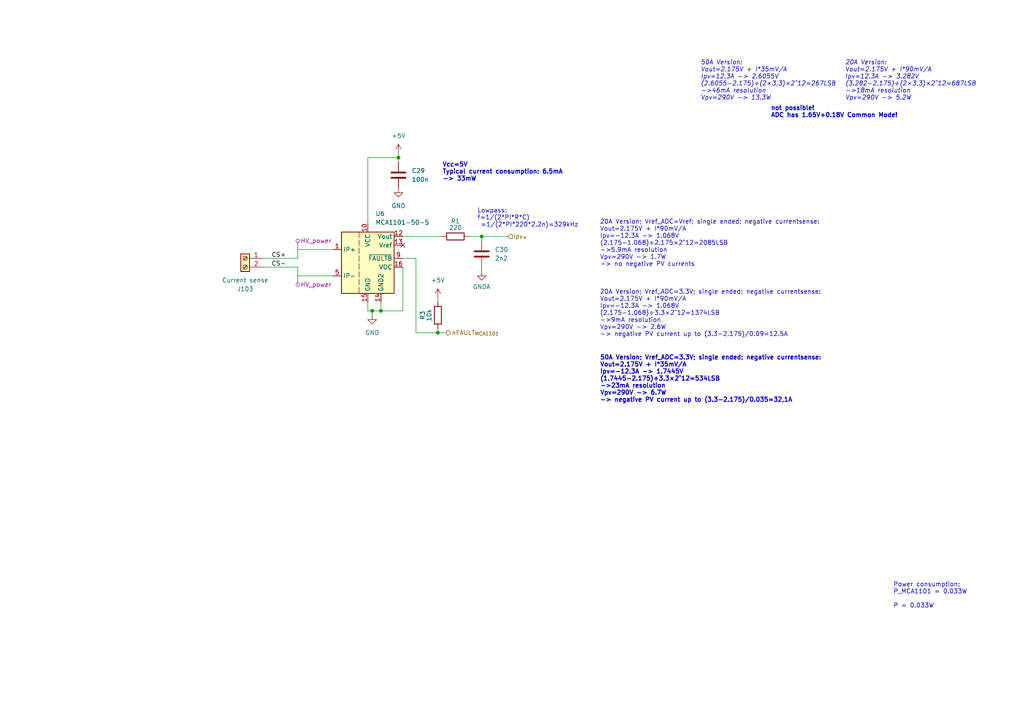
<source format=kicad_sch>
(kicad_sch (version 20230121) (generator eeschema)
  (paper "A4")
  (lib_symbols
    (symbol "Connector:Screw_Terminal_01x02" (pin_names (offset 1.016) hide)
      (property "Reference" "J" (at 0 2.54 0))
      (property "Value" "Screw_Terminal_01x02" (at 0 -5.08 0))
      (symbol "Screw_Terminal_01x02_1_1"
        (rectangle (start -1.27 1.27) (end 1.27 -3.81) (stroke (width 0.254)) (fill (type background)))
        (circle (center 0 -2.54) (radius 0.635) (stroke (width 0.1524)))
        (polyline (pts (xy -0.5334 -2.2098) (xy 0.3302 -3.048)) (stroke (width 0.1524)))
        (polyline (pts (xy -0.5334 0.3302) (xy 0.3302 -0.508)) (stroke (width 0.1524)))
        (polyline (pts (xy -0.3556 -2.032) (xy 0.508 -2.8702)) (stroke (width 0.1524)))
        (polyline (pts (xy -0.3556 0.508) (xy 0.508 -0.3302)) (stroke (width 0.1524)))
        (circle (center 0 0) (radius 0.635) (stroke (width 0.1524)))
        (pin passive line (at -5.08 0 0) (length 3.81) (name "Pin_1") (number "1"))
        (pin passive line (at -5.08 -2.54 0) (length 3.81) (name "Pin_2") (number "2"))
      )
    )
    (symbol "Device:C" (pin_numbers hide) (pin_names (offset 0.254))
      (property "Reference" "C" (at 0.635 2.54 0))
      (property "Value" "C" (at 0.635 -2.54 0))
      (symbol "C_0_1"
        (polyline (pts (xy -2.032 -0.762) (xy 2.032 -0.762)) (stroke (width 0.508)))
        (polyline (pts (xy -2.032 0.762) (xy 2.032 0.762)) (stroke (width 0.508)))
      )
      (symbol "C_1_1"
        (pin passive line (at 0 3.81 270) (length 2.794) (name "~") (number "1"))
        (pin passive line (at 0 -3.81 90) (length 2.794) (name "~") (number "2"))
      )
    )
    (symbol "Device:R" (pin_numbers hide) (pin_names (offset 0))
      (property "Reference" "R" (at 2.032 0 90))
      (property "Value" "R" (at 0 0 90))
      (symbol "R_0_1"
        (rectangle (start -1.016 -2.54) (end 1.016 2.54) (stroke (width 0.254)))
      )
      (symbol "R_1_1"
        (pin passive line (at 0 3.81 270) (length 1.27) (name "~") (number "1"))
        (pin passive line (at 0 -3.81 90) (length 1.27) (name "~") (number "2"))
      )
    )
    (symbol "Sensor_Current:MCA1101-50-5"
      (property "Reference" "U" (at 3.81 13.97 0))
      (property "Value" "MCA1101-50-5" (at 3.81 11.43 0))
      (symbol "MCA1101-50-5_0_1"
        (rectangle (start -7.62 8.89) (end 7.62 -8.89) (stroke (width 0.254)) (fill (type background)))
      )
      (symbol "MCA1101-50-5_1_1"
        (polyline (pts (xy -2.54 8.89) (xy -2.54 -8.89)) (stroke (width 0) (type dash)))
        (pin passive line (at -10.16 3.81 0) (length 2.54) (name "IP+") (number "1"))
        (pin power_in line (at 0 11.43 270) (length 2.54) (name "VCC") (number "10"))
        (pin passive line (at 0 -11.43 90) (length 2.54) hide (name "GND") (number "11"))
        (pin output line (at 10.16 7.62 180) (length 2.54) (name "Vout") (number "12"))
        (pin output line (at 10.16 5.08 180) (length 2.54) (name "Vref") (number "13"))
        (pin power_in line (at 3.81 -11.43 90) (length 2.54) (name "GND2") (number "14"))
        (pin power_in line (at 0 -11.43 90) (length 2.54) (name "GND") (number "15"))
        (pin input line (at 10.16 -1.27 180) (length 2.54) (name "VOC") (number "16"))
        (pin passive line (at -10.16 3.81 0) (length 2.54) hide (name "IP+") (number "2"))
        (pin passive line (at -10.16 3.81 0) (length 2.54) hide (name "IP+") (number "3"))
        (pin passive line (at -10.16 3.81 0) (length 2.54) hide (name "IP+") (number "4"))
        (pin passive line (at -10.16 -3.81 0) (length 2.54) (name "IP-") (number "5"))
        (pin passive line (at -10.16 -3.81 0) (length 2.54) hide (name "IP-") (number "6"))
        (pin passive line (at -10.16 -3.81 0) (length 2.54) hide (name "IP-") (number "7"))
        (pin passive line (at -10.16 -3.81 0) (length 2.54) hide (name "IP-") (number "8"))
        (pin output line (at 10.16 1.27 180) (length 2.54) (name "~{FAULTB}") (number "9"))
      )
    )
    (symbol "power:+5V" (power) (pin_names (offset 0))
      (property "Value" "+5V" (at 0 3.556 0))
      (symbol "+5V_0_1"
        (polyline (pts (xy -0.762 1.27) (xy 0 2.54)))
        (polyline (pts (xy 0 0) (xy 0 2.54)))
        (polyline (pts (xy 0 2.54) (xy 0.762 1.27)))
      )
      (symbol "+5V_1_1"
        (pin power_in line (at 0 0 90) (length 0) hide (name "+5V") (number "1"))
      )
    )
    (symbol "power:GND" (power) (pin_names (offset 0))
      (property "Value" "GND" (at 0 -3.81 0))
      (symbol "GND_0_1"
        (polyline (pts (xy 0 0) (xy 0 -1.27) (xy 1.27 -1.27) (xy 0 -2.54) (xy -1.27 -1.27) (xy 0 -1.27)))
      )
      (symbol "GND_1_1"
        (pin power_in line (at 0 0 270) (length 0) hide (name "GND") (number "1"))
      )
    )
    (symbol "power:GNDA" (power) (pin_names (offset 0))
      (property "Value" "GNDA" (at 0 -3.81 0))
      (symbol "GNDA_0_1"
        (polyline (pts (xy 0 0) (xy 0 -1.27) (xy 1.27 -1.27) (xy 0 -2.54) (xy -1.27 -1.27) (xy 0 -1.27)))
      )
      (symbol "GNDA_1_1"
        (pin power_in line (at 0 0 270) (length 0) hide (name "GNDA") (number "1"))
      )
    )
  )
  (junction (at 110.49 90.17))
  (junction (at 139.7 68.58))
  (junction (at 127 96.52))
  (junction (at 115.57 45.72))
  (junction (at 107.95 90.17))
  (no_connect (at 116.84 71.12))
  (wire (pts (xy 116.84 77.47) (xy 116.84 90.17)))
  (wire (pts (xy 115.57 44.45) (xy 115.57 45.72)))
  (wire (pts (xy 127 96.52) (xy 129.54 96.52)))
  (wire (pts (xy 106.68 90.17) (xy 107.95 90.17)))
  (wire (pts (xy 139.7 77.47) (xy 139.7 78.74)))
  (wire (pts (xy 106.68 45.72) (xy 115.57 45.72)))
  (wire (pts (xy 120.65 96.52) (xy 127 96.52)))
  (wire (pts (xy 76.2 77.47) (xy 86.36 77.47)))
  (wire (pts (xy 139.7 68.58) (xy 147.32 68.58)))
  (wire (pts (xy 86.36 80.01) (xy 96.52 80.01)))
  (wire (pts (xy 116.84 74.93) (xy 120.65 74.93)))
  (wire (pts (xy 107.95 90.17) (xy 110.49 90.17)))
  (wire (pts (xy 86.36 77.47) (xy 86.36 80.01)))
  (wire (pts (xy 115.57 45.72) (xy 115.57 46.99)))
  (wire (pts (xy 86.36 74.93) (xy 76.2 74.93)))
  (wire (pts (xy 96.52 72.39) (xy 86.36 72.39)))
  (wire (pts (xy 135.89 68.58) (xy 139.7 68.58)))
  (wire (pts (xy 107.95 91.44) (xy 107.95 90.17)))
  (wire (pts (xy 110.49 87.63) (xy 110.49 90.17)))
  (wire (pts (xy 106.68 45.72) (xy 106.68 64.77)))
  (wire (pts (xy 139.7 68.58) (xy 139.7 69.85)))
  (wire (pts (xy 127 95.25) (xy 127 96.52)))
  (wire (pts (xy 86.36 72.39) (xy 86.36 74.93)))
  (wire (pts (xy 106.68 90.17) (xy 106.68 87.63)))
  (wire (pts (xy 120.65 74.93) (xy 120.65 96.52)))
  (wire (pts (xy 116.84 68.58) (xy 128.27 68.58)))
  (wire (pts (xy 116.84 90.17) (xy 110.49 90.17)))
  (wire (pts (xy 127 86.36) (xy 127 87.63)))
  (text "20A Version; Vref_ADC=3.3V; single ended; negative currentsense:\nVout=2.175V + I*90mV/A\nIpv=-12.3A -> 1.068V\n(2.175-1.068)÷3.3×2^12=1374LSB\n->9mA resolution\nVpv=290V -> 2.6W\n-> negative PV current up to (3.3-2.175)/0.09=12.5A" (at 173.99 97.79 0) (effects (font (size 1.27 1.27)) (justify left bottom)))
  (text "50A Version:\nVout=2.175V + I*35mV/A\nIpv=12.3A -> 2.6055V\n(2.6055−2.175)÷(2×3,3)×2^12=267LSB\n->46mA resolution\nVpv=290V -> 13.3W" (at 203.2 29.21 0) (effects (font (size 1.27 1.27) italic) (justify left bottom)))
  (text "Vcc=5V\nTypical current consumption: 6.5mA\n-> 33mW" (at 128.27 52.705 0) (effects (font (size 1.27 1.27) (thickness 0.254) bold) (justify left bottom)))
  (text "20A Version:\nVout=2.175V + I*90mV/A\nIpv=12.3A -> 3.282V\n(3.282−2.175)÷(2×3,3)×2^12=687LSB\n->18mA resolution\nVpv=290V -> 5.2W" (at 245.11 29.21 0) (effects (font (size 1.27 1.27) italic) (justify left bottom)))
  (text "Power consumption:\nP_MCA1101 = 0.033W\n\nP = 0.033W" (at 259.08 176.53 0) (effects (font (size 1.27 1.27)) (justify left bottom)))
  (text "not possible!\nADC has 1.65V+0.18V Common Mode!" (at 223.52 34.29 0) (effects (font (size 1.27 1.27) (thickness 0.254) bold) (justify left bottom)))
  (text "50A Version; Vref_ADC=3.3V; single ended; negative currentsense:\nVout=2.175V + I*35mV/A\nIpv=-12.3A -> 1.7445V\n(1.7445-2.175)÷3.3×2^12=534LSB\n->23mA resolution\nVpv=290V -> 6.7W\n-> negative PV current up to (3.3-2.175)/0.035=32,1A" (at 173.99 116.84 0) (effects (font (size 1.27 1.27) (thickness 0.254) bold) (justify left bottom)))
  (text "Lowpass:\nf=1/(2*PI*R*C)\n =1/(2*PI*220*2.2n)=329kHz" (at 138.43 66.04 0) (effects (font (size 1.27 1.27)) (justify left bottom)))
  (text "20A Version; Vref_ADC=Vref; single ended; negative currentsense:\nVout=2.175V + I*90mV/A\nIpv=-12.3A -> 1.068V\n(2.175-1.068)÷2.175×2^12=2085LSB\n->5.9mA resolution\nVpv=290V -> 1.7W\n-> no negative PV currents" (at 173.99 77.47 0) (effects (font (size 1.27 1.27)) (justify left bottom)))
  (label "CS-" (at 78.74 77.47 0))
  (label "CS+" (at 78.74 74.93 0))
  (hierarchical_label "Ipv_{+}" (shape input) (at 147.32 68.58 0))
  (hierarchical_label "nFAULT_{MCA1101}" (shape output) (at 129.54 96.52 0))
  (netclass_flag "" (length 2.54) (shape round) (at 86.36 72.39 0) (property "Netclass" "HV_power" (at 87.0585 69.85 0) (effects (font italic) (justify left))))
  (netclass_flag "" (length 2.54) (shape round) (at 86.36 80.01 180) (property "Netclass" "HV_power" (at 87.0585 82.55 0) (effects (font italic) (justify left))))
  (symbol (lib_id "Device:C") (at 139.7 73.66 0) (unit 1)
    (property "Reference" "C30" (at 143.51 72.39 0) (effects (justify left)))
    (property "Value" "2n2" (at 143.51 74.93 0) (effects (justify left)))
    (property "Footprint" "Capacitor_SMD:C_0603_1608Metric" (effects hide))
    (instances (project "PVBatteryInverter_Mainboard" (path "" (reference "C30") (unit 1)) (path "" (reference "C502") (unit 1))))
  )
  (symbol (lib_id "power:+5V") (at 127 86.36 0) (unit 1)
    (property "Reference" "#PWR033" (effects hide))
    (property "Value" "+5V" (at 127 81.28 0))
    (instances (project "PVBatteryInverter_Mainboard" (path "" (reference "#PWR033") (unit 1)) (path "" (reference "#PWR0504") (unit 1))))
  )
  (symbol (lib_id "Sensor_Current:MCA1101-50-5") (at 106.68 76.2 0) (unit 1)
    (property "Reference" "U6" (at 108.8741 61.976 0) (effects (justify left)))
    (property "Value" "MCA1101-50-5" (at 108.8741 64.516 0) (effects (justify left)))
    (property "Footprint" "Package_SO:SOIC-16W_7.5x10.3mm_P1.27mm" (effects hide))
    (property "Datasheet" "https://navview.blob.core.windows.net/web-resources/6020-1102-01%20RevF_MCA1101_20210408.pdf?_t=1618576890367" (effects hide))
    (instances (project "PVBatteryInverter_Mainboard" (path "" (reference "U6") (unit 1)) (path "" (reference "U501") (unit 1))))
  )
  (symbol (lib_id "power:GNDA") (at 139.7 78.74 0) (unit 1)
    (property "Reference" "#PWR0106" (effects hide))
    (property "Value" "GNDA" (at 139.7 83.185 0))
    (instances (project "PVBatteryInverter_Mainboard" (path "" (reference "#PWR0106") (unit 1)) (path "" (reference "#PWR0505") (unit 1))))
  )
  (symbol (lib_id "power:+5V") (at 115.57 44.45 0) (unit 1)
    (property "Reference" "#PWR030" (effects hide))
    (property "Value" "+5V" (at 115.57 39.37 0))
    (instances (project "PVBatteryInverter_Mainboard" (path "" (reference "#PWR030") (unit 1)) (path "" (reference "#PWR0502") (unit 1))))
  )
  (symbol (lib_id "Device:C") (at 115.57 50.8 0) (unit 1)
    (property "Reference" "C29" (at 119.38 49.53 0) (effects (justify left)))
    (property "Value" "100n" (at 119.38 52.07 0) (effects (justify left)))
    (property "Footprint" "Capacitor_SMD:C_0603_1608Metric" (effects hide))
    (instances (project "PVBatteryInverter_Mainboard" (path "" (reference "C29") (unit 1)) (path "" (reference "C501") (unit 1))))
  )
  (symbol (lib_id "Device:R") (at 132.08 68.58 90) (mirror x) (unit 1)
    (property "Reference" "R1" (at 132.08 64.135 90))
    (property "Value" "220" (at 132.08 66.04 90))
    (property "Footprint" "Resistor_SMD:R_0603_1608Metric" (effects hide))
    (instances (project "PVBatteryInverter_Mainboard" (path "" (reference "R1") (unit 1)) (path "" (reference "R502") (unit 1))))
  )
  (symbol (lib_id "power:GND") (at 115.57 54.61 0) (mirror y) (unit 1)
    (property "Reference" "#PWR032" (effects hide))
    (property "Value" "GND" (at 115.57 59.69 0))
    (instances (project "PVBatteryInverter_Mainboard" (path "" (reference "#PWR032") (unit 1)) (path "" (reference "#PWR0503") (unit 1))))
  )
  (symbol (lib_id "power:GND") (at 107.95 91.44 0) (mirror y) (unit 1)
    (property "Reference" "#PWR034" (effects hide))
    (property "Value" "GND" (at 107.95 96.52 0))
    (instances (project "PVBatteryInverter_Mainboard" (path "" (reference "#PWR034") (unit 1)) (path "" (reference "#PWR0501") (unit 1))))
  )
  (symbol (lib_id "Connector:Screw_Terminal_01x02") (at 71.12 74.93 0) (mirror y) (unit 1)
    (property "Reference" "J103" (at 71.12 83.82 0))
    (property "Value" "Current sense" (at 71.12 81.28 0))
    (property "Footprint" "TerminalBlock_Phoenix:TerminalBlock_Phoenix_MKDS-1,5-2-5.08_1x02_P5.08mm_Horizontal" (effects hide))
    (instances (project "PVBatteryInverter_Mainboard" (path "" (reference "J103") (unit 1)) (path "" (reference "J502") (unit 1))))
  )
  (symbol (lib_id "Device:R") (at 127 91.44 0) (mirror x) (unit 1)
    (property "Reference" "R3" (at 122.555 91.44 90))
    (property "Value" "10k" (at 124.46 91.44 90))
    (property "Footprint" "Resistor_SMD:R_0603_1608Metric" (effects hide))
    (instances (project "PVBatteryInverter_Mainboard" (path "" (reference "R3") (unit 1)) (path "" (reference "R501") (unit 1))))
  )
)
</source>
